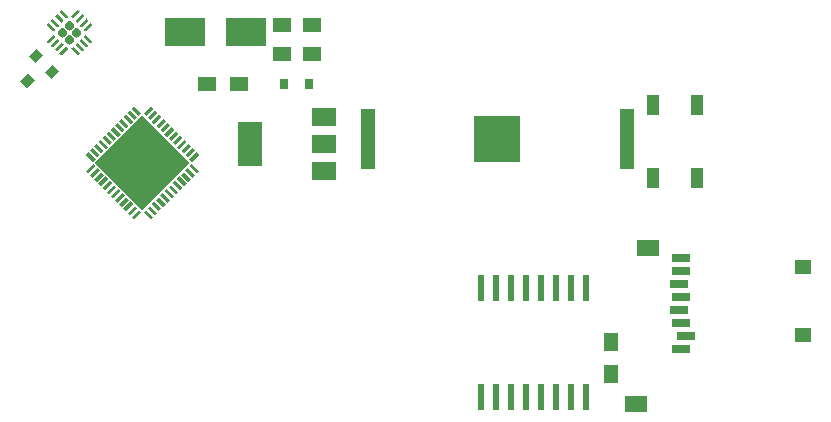
<source format=gbr>
G04 #@! TF.GenerationSoftware,KiCad,Pcbnew,5.1.5*
G04 #@! TF.CreationDate,2019-12-16T15:30:59-05:00*
G04 #@! TF.ProjectId,rustypill,72757374-7970-4696-9c6c-2e6b69636164,rev?*
G04 #@! TF.SameCoordinates,Original*
G04 #@! TF.FileFunction,Paste,Top*
G04 #@! TF.FilePolarity,Positive*
%FSLAX46Y46*%
G04 Gerber Fmt 4.6, Leading zero omitted, Abs format (unit mm)*
G04 Created by KiCad (PCBNEW 5.1.5) date 2019-12-16 15:30:59*
%MOMM*%
%LPD*%
G04 APERTURE LIST*
%ADD10R,1.300000X1.500000*%
%ADD11R,1.400000X1.300000*%
%ADD12R,1.900000X1.400000*%
%ADD13R,1.500000X0.800000*%
%ADD14C,0.100000*%
%ADD15R,0.600000X2.200000*%
%ADD16R,3.500000X2.400000*%
%ADD17R,1.270000X5.080000*%
%ADD18R,3.960000X3.960000*%
%ADD19R,1.100000X1.800000*%
%ADD20R,1.500000X1.250000*%
%ADD21R,0.800000X0.900000*%
%ADD22R,1.500000X1.300000*%
%ADD23R,2.000000X1.500000*%
%ADD24R,2.000000X3.800000*%
G04 APERTURE END LIST*
D10*
X119525000Y-131325000D03*
X119525000Y-134025000D03*
D11*
X135800000Y-130700000D03*
X135800000Y-125000000D03*
D12*
X122650000Y-123400000D03*
X121650000Y-136550000D03*
D13*
X125450000Y-124190000D03*
X125450000Y-125290000D03*
X125250000Y-126390000D03*
X125450000Y-127490000D03*
X125250000Y-128590000D03*
X125450000Y-129690000D03*
X125850000Y-130790000D03*
X125450000Y-131890000D03*
D14*
G36*
X83880509Y-116150000D02*
G01*
X79850000Y-120180509D01*
X75819491Y-116150000D01*
X79850000Y-112119491D01*
X83880509Y-116150000D01*
G37*
G36*
X79761611Y-120339608D02*
G01*
X79160571Y-120940648D01*
X78948439Y-120728516D01*
X79549479Y-120127476D01*
X79761611Y-120339608D01*
G37*
G36*
X79408058Y-119986055D02*
G01*
X78807018Y-120587095D01*
X78594886Y-120374963D01*
X79195926Y-119773923D01*
X79408058Y-119986055D01*
G37*
G36*
X79054504Y-119632501D02*
G01*
X78453464Y-120233541D01*
X78241332Y-120021409D01*
X78842372Y-119420369D01*
X79054504Y-119632501D01*
G37*
G36*
X78700951Y-119278948D02*
G01*
X78099911Y-119879988D01*
X77887779Y-119667856D01*
X78488819Y-119066816D01*
X78700951Y-119278948D01*
G37*
G36*
X78347398Y-118925394D02*
G01*
X77746358Y-119526434D01*
X77534226Y-119314302D01*
X78135266Y-118713262D01*
X78347398Y-118925394D01*
G37*
G36*
X77993844Y-118571841D02*
G01*
X77392804Y-119172881D01*
X77180672Y-118960749D01*
X77781712Y-118359709D01*
X77993844Y-118571841D01*
G37*
G36*
X77640291Y-118218288D02*
G01*
X77039251Y-118819328D01*
X76827119Y-118607196D01*
X77428159Y-118006156D01*
X77640291Y-118218288D01*
G37*
G36*
X77286738Y-117864734D02*
G01*
X76685698Y-118465774D01*
X76473566Y-118253642D01*
X77074606Y-117652602D01*
X77286738Y-117864734D01*
G37*
G36*
X76933184Y-117511181D02*
G01*
X76332144Y-118112221D01*
X76120012Y-117900089D01*
X76721052Y-117299049D01*
X76933184Y-117511181D01*
G37*
G36*
X76579631Y-117157628D02*
G01*
X75978591Y-117758668D01*
X75766459Y-117546536D01*
X76367499Y-116945496D01*
X76579631Y-117157628D01*
G37*
G36*
X76226077Y-116804074D02*
G01*
X75625037Y-117405114D01*
X75412905Y-117192982D01*
X76013945Y-116591942D01*
X76226077Y-116804074D01*
G37*
G36*
X75872524Y-116450521D02*
G01*
X75271484Y-117051561D01*
X75059352Y-116839429D01*
X75660392Y-116238389D01*
X75872524Y-116450521D01*
G37*
G36*
X75271484Y-115248439D02*
G01*
X75872524Y-115849479D01*
X75660392Y-116061611D01*
X75059352Y-115460571D01*
X75271484Y-115248439D01*
G37*
G36*
X75625037Y-114894886D02*
G01*
X76226077Y-115495926D01*
X76013945Y-115708058D01*
X75412905Y-115107018D01*
X75625037Y-114894886D01*
G37*
G36*
X75978591Y-114541332D02*
G01*
X76579631Y-115142372D01*
X76367499Y-115354504D01*
X75766459Y-114753464D01*
X75978591Y-114541332D01*
G37*
G36*
X76332144Y-114187779D02*
G01*
X76933184Y-114788819D01*
X76721052Y-115000951D01*
X76120012Y-114399911D01*
X76332144Y-114187779D01*
G37*
G36*
X76685698Y-113834226D02*
G01*
X77286738Y-114435266D01*
X77074606Y-114647398D01*
X76473566Y-114046358D01*
X76685698Y-113834226D01*
G37*
G36*
X77039251Y-113480672D02*
G01*
X77640291Y-114081712D01*
X77428159Y-114293844D01*
X76827119Y-113692804D01*
X77039251Y-113480672D01*
G37*
G36*
X77392804Y-113127119D02*
G01*
X77993844Y-113728159D01*
X77781712Y-113940291D01*
X77180672Y-113339251D01*
X77392804Y-113127119D01*
G37*
G36*
X77746358Y-112773566D02*
G01*
X78347398Y-113374606D01*
X78135266Y-113586738D01*
X77534226Y-112985698D01*
X77746358Y-112773566D01*
G37*
G36*
X78099911Y-112420012D02*
G01*
X78700951Y-113021052D01*
X78488819Y-113233184D01*
X77887779Y-112632144D01*
X78099911Y-112420012D01*
G37*
G36*
X78453464Y-112066459D02*
G01*
X79054504Y-112667499D01*
X78842372Y-112879631D01*
X78241332Y-112278591D01*
X78453464Y-112066459D01*
G37*
G36*
X78807018Y-111712905D02*
G01*
X79408058Y-112313945D01*
X79195926Y-112526077D01*
X78594886Y-111925037D01*
X78807018Y-111712905D01*
G37*
G36*
X79160571Y-111359352D02*
G01*
X79761611Y-111960392D01*
X79549479Y-112172524D01*
X78948439Y-111571484D01*
X79160571Y-111359352D01*
G37*
G36*
X80751561Y-111571484D02*
G01*
X80150521Y-112172524D01*
X79938389Y-111960392D01*
X80539429Y-111359352D01*
X80751561Y-111571484D01*
G37*
G36*
X81105114Y-111925037D02*
G01*
X80504074Y-112526077D01*
X80291942Y-112313945D01*
X80892982Y-111712905D01*
X81105114Y-111925037D01*
G37*
G36*
X81458668Y-112278591D02*
G01*
X80857628Y-112879631D01*
X80645496Y-112667499D01*
X81246536Y-112066459D01*
X81458668Y-112278591D01*
G37*
G36*
X81812221Y-112632144D02*
G01*
X81211181Y-113233184D01*
X80999049Y-113021052D01*
X81600089Y-112420012D01*
X81812221Y-112632144D01*
G37*
G36*
X82165774Y-112985698D02*
G01*
X81564734Y-113586738D01*
X81352602Y-113374606D01*
X81953642Y-112773566D01*
X82165774Y-112985698D01*
G37*
G36*
X82519328Y-113339251D02*
G01*
X81918288Y-113940291D01*
X81706156Y-113728159D01*
X82307196Y-113127119D01*
X82519328Y-113339251D01*
G37*
G36*
X82872881Y-113692804D02*
G01*
X82271841Y-114293844D01*
X82059709Y-114081712D01*
X82660749Y-113480672D01*
X82872881Y-113692804D01*
G37*
G36*
X83226434Y-114046358D02*
G01*
X82625394Y-114647398D01*
X82413262Y-114435266D01*
X83014302Y-113834226D01*
X83226434Y-114046358D01*
G37*
G36*
X83579988Y-114399911D02*
G01*
X82978948Y-115000951D01*
X82766816Y-114788819D01*
X83367856Y-114187779D01*
X83579988Y-114399911D01*
G37*
G36*
X83933541Y-114753464D02*
G01*
X83332501Y-115354504D01*
X83120369Y-115142372D01*
X83721409Y-114541332D01*
X83933541Y-114753464D01*
G37*
G36*
X84287095Y-115107018D02*
G01*
X83686055Y-115708058D01*
X83473923Y-115495926D01*
X84074963Y-114894886D01*
X84287095Y-115107018D01*
G37*
G36*
X84640648Y-115460571D02*
G01*
X84039608Y-116061611D01*
X83827476Y-115849479D01*
X84428516Y-115248439D01*
X84640648Y-115460571D01*
G37*
G36*
X84039608Y-116238389D02*
G01*
X84640648Y-116839429D01*
X84428516Y-117051561D01*
X83827476Y-116450521D01*
X84039608Y-116238389D01*
G37*
G36*
X83686055Y-116591942D02*
G01*
X84287095Y-117192982D01*
X84074963Y-117405114D01*
X83473923Y-116804074D01*
X83686055Y-116591942D01*
G37*
G36*
X83332501Y-116945496D02*
G01*
X83933541Y-117546536D01*
X83721409Y-117758668D01*
X83120369Y-117157628D01*
X83332501Y-116945496D01*
G37*
G36*
X82978948Y-117299049D02*
G01*
X83579988Y-117900089D01*
X83367856Y-118112221D01*
X82766816Y-117511181D01*
X82978948Y-117299049D01*
G37*
G36*
X82625394Y-117652602D02*
G01*
X83226434Y-118253642D01*
X83014302Y-118465774D01*
X82413262Y-117864734D01*
X82625394Y-117652602D01*
G37*
G36*
X82271841Y-118006156D02*
G01*
X82872881Y-118607196D01*
X82660749Y-118819328D01*
X82059709Y-118218288D01*
X82271841Y-118006156D01*
G37*
G36*
X81918288Y-118359709D02*
G01*
X82519328Y-118960749D01*
X82307196Y-119172881D01*
X81706156Y-118571841D01*
X81918288Y-118359709D01*
G37*
G36*
X81564734Y-118713262D02*
G01*
X82165774Y-119314302D01*
X81953642Y-119526434D01*
X81352602Y-118925394D01*
X81564734Y-118713262D01*
G37*
G36*
X81211181Y-119066816D02*
G01*
X81812221Y-119667856D01*
X81600089Y-119879988D01*
X80999049Y-119278948D01*
X81211181Y-119066816D01*
G37*
G36*
X80857628Y-119420369D02*
G01*
X81458668Y-120021409D01*
X81246536Y-120233541D01*
X80645496Y-119632501D01*
X80857628Y-119420369D01*
G37*
G36*
X80504074Y-119773923D02*
G01*
X81105114Y-120374963D01*
X80892982Y-120587095D01*
X80291942Y-119986055D01*
X80504074Y-119773923D01*
G37*
G36*
X80150521Y-120127476D02*
G01*
X80751561Y-120728516D01*
X80539429Y-120940648D01*
X79938389Y-120339608D01*
X80150521Y-120127476D01*
G37*
D15*
X109775000Y-135950000D03*
X112315000Y-126750000D03*
X108505000Y-135950000D03*
X111045000Y-135950000D03*
X112315000Y-135950000D03*
X111045000Y-126750000D03*
X113585000Y-126750000D03*
X114855000Y-126750000D03*
X114855000Y-135950000D03*
X117395000Y-126750000D03*
X113585000Y-135950000D03*
X116125000Y-135950000D03*
X116125000Y-126750000D03*
X117395000Y-135950000D03*
X109775000Y-126750000D03*
X108505000Y-126750000D03*
D14*
G36*
X72235313Y-107848604D02*
G01*
X72800999Y-108414290D01*
X72164603Y-109050686D01*
X71598917Y-108485000D01*
X72235313Y-107848604D01*
G37*
G36*
X70891810Y-106505101D02*
G01*
X71457496Y-107070787D01*
X70821100Y-107707183D01*
X70255414Y-107141497D01*
X70891810Y-106505101D01*
G37*
G36*
X70149348Y-108591066D02*
G01*
X70715034Y-109156752D01*
X70078638Y-109793148D01*
X69512952Y-109227462D01*
X70149348Y-108591066D01*
G37*
G36*
X71914359Y-104288305D02*
G01*
X71920426Y-104289205D01*
X71926376Y-104290695D01*
X71932151Y-104292762D01*
X71937695Y-104295384D01*
X71942956Y-104298537D01*
X71947883Y-104302191D01*
X71952427Y-104306310D01*
X72447402Y-104801285D01*
X72451521Y-104805829D01*
X72455175Y-104810756D01*
X72458328Y-104816017D01*
X72460950Y-104821561D01*
X72463017Y-104827336D01*
X72464507Y-104833286D01*
X72465407Y-104839353D01*
X72465708Y-104845479D01*
X72465407Y-104851605D01*
X72464507Y-104857672D01*
X72463017Y-104863622D01*
X72460950Y-104869397D01*
X72458328Y-104874941D01*
X72455175Y-104880202D01*
X72451521Y-104885129D01*
X72447402Y-104889673D01*
X72359013Y-104978062D01*
X72354469Y-104982181D01*
X72349542Y-104985835D01*
X72344281Y-104988988D01*
X72338737Y-104991610D01*
X72332962Y-104993677D01*
X72327012Y-104995167D01*
X72320945Y-104996067D01*
X72314819Y-104996368D01*
X72308693Y-104996067D01*
X72302626Y-104995167D01*
X72296676Y-104993677D01*
X72290901Y-104991610D01*
X72285357Y-104988988D01*
X72280096Y-104985835D01*
X72275169Y-104982181D01*
X72270625Y-104978062D01*
X71775650Y-104483087D01*
X71771531Y-104478543D01*
X71767877Y-104473616D01*
X71764724Y-104468355D01*
X71762102Y-104462811D01*
X71760035Y-104457036D01*
X71758545Y-104451086D01*
X71757645Y-104445019D01*
X71757344Y-104438893D01*
X71757645Y-104432767D01*
X71758545Y-104426700D01*
X71760035Y-104420750D01*
X71762102Y-104414975D01*
X71764724Y-104409431D01*
X71767877Y-104404170D01*
X71771531Y-104399243D01*
X71775650Y-104394699D01*
X71864039Y-104306310D01*
X71868583Y-104302191D01*
X71873510Y-104298537D01*
X71878771Y-104295384D01*
X71884315Y-104292762D01*
X71890090Y-104290695D01*
X71896040Y-104289205D01*
X71902107Y-104288305D01*
X71908233Y-104288004D01*
X71914359Y-104288305D01*
G37*
G36*
X72267913Y-103934752D02*
G01*
X72273980Y-103935652D01*
X72279930Y-103937142D01*
X72285705Y-103939209D01*
X72291249Y-103941831D01*
X72296510Y-103944984D01*
X72301437Y-103948638D01*
X72305981Y-103952757D01*
X72800956Y-104447732D01*
X72805075Y-104452276D01*
X72808729Y-104457203D01*
X72811882Y-104462464D01*
X72814504Y-104468008D01*
X72816571Y-104473783D01*
X72818061Y-104479733D01*
X72818961Y-104485800D01*
X72819262Y-104491926D01*
X72818961Y-104498052D01*
X72818061Y-104504119D01*
X72816571Y-104510069D01*
X72814504Y-104515844D01*
X72811882Y-104521388D01*
X72808729Y-104526649D01*
X72805075Y-104531576D01*
X72800956Y-104536120D01*
X72712567Y-104624509D01*
X72708023Y-104628628D01*
X72703096Y-104632282D01*
X72697835Y-104635435D01*
X72692291Y-104638057D01*
X72686516Y-104640124D01*
X72680566Y-104641614D01*
X72674499Y-104642514D01*
X72668373Y-104642815D01*
X72662247Y-104642514D01*
X72656180Y-104641614D01*
X72650230Y-104640124D01*
X72644455Y-104638057D01*
X72638911Y-104635435D01*
X72633650Y-104632282D01*
X72628723Y-104628628D01*
X72624179Y-104624509D01*
X72129204Y-104129534D01*
X72125085Y-104124990D01*
X72121431Y-104120063D01*
X72118278Y-104114802D01*
X72115656Y-104109258D01*
X72113589Y-104103483D01*
X72112099Y-104097533D01*
X72111199Y-104091466D01*
X72110898Y-104085340D01*
X72111199Y-104079214D01*
X72112099Y-104073147D01*
X72113589Y-104067197D01*
X72115656Y-104061422D01*
X72118278Y-104055878D01*
X72121431Y-104050617D01*
X72125085Y-104045690D01*
X72129204Y-104041146D01*
X72217593Y-103952757D01*
X72222137Y-103948638D01*
X72227064Y-103944984D01*
X72232325Y-103941831D01*
X72237869Y-103939209D01*
X72243644Y-103937142D01*
X72249594Y-103935652D01*
X72255661Y-103934752D01*
X72261787Y-103934451D01*
X72267913Y-103934752D01*
G37*
G36*
X72621466Y-103581199D02*
G01*
X72627533Y-103582099D01*
X72633483Y-103583589D01*
X72639258Y-103585656D01*
X72644802Y-103588278D01*
X72650063Y-103591431D01*
X72654990Y-103595085D01*
X72659534Y-103599204D01*
X73154509Y-104094179D01*
X73158628Y-104098723D01*
X73162282Y-104103650D01*
X73165435Y-104108911D01*
X73168057Y-104114455D01*
X73170124Y-104120230D01*
X73171614Y-104126180D01*
X73172514Y-104132247D01*
X73172815Y-104138373D01*
X73172514Y-104144499D01*
X73171614Y-104150566D01*
X73170124Y-104156516D01*
X73168057Y-104162291D01*
X73165435Y-104167835D01*
X73162282Y-104173096D01*
X73158628Y-104178023D01*
X73154509Y-104182567D01*
X73066120Y-104270956D01*
X73061576Y-104275075D01*
X73056649Y-104278729D01*
X73051388Y-104281882D01*
X73045844Y-104284504D01*
X73040069Y-104286571D01*
X73034119Y-104288061D01*
X73028052Y-104288961D01*
X73021926Y-104289262D01*
X73015800Y-104288961D01*
X73009733Y-104288061D01*
X73003783Y-104286571D01*
X72998008Y-104284504D01*
X72992464Y-104281882D01*
X72987203Y-104278729D01*
X72982276Y-104275075D01*
X72977732Y-104270956D01*
X72482757Y-103775981D01*
X72478638Y-103771437D01*
X72474984Y-103766510D01*
X72471831Y-103761249D01*
X72469209Y-103755705D01*
X72467142Y-103749930D01*
X72465652Y-103743980D01*
X72464752Y-103737913D01*
X72464451Y-103731787D01*
X72464752Y-103725661D01*
X72465652Y-103719594D01*
X72467142Y-103713644D01*
X72469209Y-103707869D01*
X72471831Y-103702325D01*
X72474984Y-103697064D01*
X72478638Y-103692137D01*
X72482757Y-103687593D01*
X72571146Y-103599204D01*
X72575690Y-103595085D01*
X72580617Y-103591431D01*
X72585878Y-103588278D01*
X72591422Y-103585656D01*
X72597197Y-103583589D01*
X72603147Y-103582099D01*
X72609214Y-103581199D01*
X72615340Y-103580898D01*
X72621466Y-103581199D01*
G37*
G36*
X72975019Y-103227645D02*
G01*
X72981086Y-103228545D01*
X72987036Y-103230035D01*
X72992811Y-103232102D01*
X72998355Y-103234724D01*
X73003616Y-103237877D01*
X73008543Y-103241531D01*
X73013087Y-103245650D01*
X73508062Y-103740625D01*
X73512181Y-103745169D01*
X73515835Y-103750096D01*
X73518988Y-103755357D01*
X73521610Y-103760901D01*
X73523677Y-103766676D01*
X73525167Y-103772626D01*
X73526067Y-103778693D01*
X73526368Y-103784819D01*
X73526067Y-103790945D01*
X73525167Y-103797012D01*
X73523677Y-103802962D01*
X73521610Y-103808737D01*
X73518988Y-103814281D01*
X73515835Y-103819542D01*
X73512181Y-103824469D01*
X73508062Y-103829013D01*
X73419673Y-103917402D01*
X73415129Y-103921521D01*
X73410202Y-103925175D01*
X73404941Y-103928328D01*
X73399397Y-103930950D01*
X73393622Y-103933017D01*
X73387672Y-103934507D01*
X73381605Y-103935407D01*
X73375479Y-103935708D01*
X73369353Y-103935407D01*
X73363286Y-103934507D01*
X73357336Y-103933017D01*
X73351561Y-103930950D01*
X73346017Y-103928328D01*
X73340756Y-103925175D01*
X73335829Y-103921521D01*
X73331285Y-103917402D01*
X72836310Y-103422427D01*
X72832191Y-103417883D01*
X72828537Y-103412956D01*
X72825384Y-103407695D01*
X72822762Y-103402151D01*
X72820695Y-103396376D01*
X72819205Y-103390426D01*
X72818305Y-103384359D01*
X72818004Y-103378233D01*
X72818305Y-103372107D01*
X72819205Y-103366040D01*
X72820695Y-103360090D01*
X72822762Y-103354315D01*
X72825384Y-103348771D01*
X72828537Y-103343510D01*
X72832191Y-103338583D01*
X72836310Y-103334039D01*
X72924699Y-103245650D01*
X72929243Y-103241531D01*
X72934170Y-103237877D01*
X72939431Y-103234724D01*
X72944975Y-103232102D01*
X72950750Y-103230035D01*
X72956700Y-103228545D01*
X72962767Y-103227645D01*
X72968893Y-103227344D01*
X72975019Y-103227645D01*
G37*
G36*
X74389233Y-103227645D02*
G01*
X74395300Y-103228545D01*
X74401250Y-103230035D01*
X74407025Y-103232102D01*
X74412569Y-103234724D01*
X74417830Y-103237877D01*
X74422757Y-103241531D01*
X74427301Y-103245650D01*
X74515690Y-103334039D01*
X74519809Y-103338583D01*
X74523463Y-103343510D01*
X74526616Y-103348771D01*
X74529238Y-103354315D01*
X74531305Y-103360090D01*
X74532795Y-103366040D01*
X74533695Y-103372107D01*
X74533996Y-103378233D01*
X74533695Y-103384359D01*
X74532795Y-103390426D01*
X74531305Y-103396376D01*
X74529238Y-103402151D01*
X74526616Y-103407695D01*
X74523463Y-103412956D01*
X74519809Y-103417883D01*
X74515690Y-103422427D01*
X74020715Y-103917402D01*
X74016171Y-103921521D01*
X74011244Y-103925175D01*
X74005983Y-103928328D01*
X74000439Y-103930950D01*
X73994664Y-103933017D01*
X73988714Y-103934507D01*
X73982647Y-103935407D01*
X73976521Y-103935708D01*
X73970395Y-103935407D01*
X73964328Y-103934507D01*
X73958378Y-103933017D01*
X73952603Y-103930950D01*
X73947059Y-103928328D01*
X73941798Y-103925175D01*
X73936871Y-103921521D01*
X73932327Y-103917402D01*
X73843938Y-103829013D01*
X73839819Y-103824469D01*
X73836165Y-103819542D01*
X73833012Y-103814281D01*
X73830390Y-103808737D01*
X73828323Y-103802962D01*
X73826833Y-103797012D01*
X73825933Y-103790945D01*
X73825632Y-103784819D01*
X73825933Y-103778693D01*
X73826833Y-103772626D01*
X73828323Y-103766676D01*
X73830390Y-103760901D01*
X73833012Y-103755357D01*
X73836165Y-103750096D01*
X73839819Y-103745169D01*
X73843938Y-103740625D01*
X74338913Y-103245650D01*
X74343457Y-103241531D01*
X74348384Y-103237877D01*
X74353645Y-103234724D01*
X74359189Y-103232102D01*
X74364964Y-103230035D01*
X74370914Y-103228545D01*
X74376981Y-103227645D01*
X74383107Y-103227344D01*
X74389233Y-103227645D01*
G37*
G36*
X74742786Y-103581199D02*
G01*
X74748853Y-103582099D01*
X74754803Y-103583589D01*
X74760578Y-103585656D01*
X74766122Y-103588278D01*
X74771383Y-103591431D01*
X74776310Y-103595085D01*
X74780854Y-103599204D01*
X74869243Y-103687593D01*
X74873362Y-103692137D01*
X74877016Y-103697064D01*
X74880169Y-103702325D01*
X74882791Y-103707869D01*
X74884858Y-103713644D01*
X74886348Y-103719594D01*
X74887248Y-103725661D01*
X74887549Y-103731787D01*
X74887248Y-103737913D01*
X74886348Y-103743980D01*
X74884858Y-103749930D01*
X74882791Y-103755705D01*
X74880169Y-103761249D01*
X74877016Y-103766510D01*
X74873362Y-103771437D01*
X74869243Y-103775981D01*
X74374268Y-104270956D01*
X74369724Y-104275075D01*
X74364797Y-104278729D01*
X74359536Y-104281882D01*
X74353992Y-104284504D01*
X74348217Y-104286571D01*
X74342267Y-104288061D01*
X74336200Y-104288961D01*
X74330074Y-104289262D01*
X74323948Y-104288961D01*
X74317881Y-104288061D01*
X74311931Y-104286571D01*
X74306156Y-104284504D01*
X74300612Y-104281882D01*
X74295351Y-104278729D01*
X74290424Y-104275075D01*
X74285880Y-104270956D01*
X74197491Y-104182567D01*
X74193372Y-104178023D01*
X74189718Y-104173096D01*
X74186565Y-104167835D01*
X74183943Y-104162291D01*
X74181876Y-104156516D01*
X74180386Y-104150566D01*
X74179486Y-104144499D01*
X74179185Y-104138373D01*
X74179486Y-104132247D01*
X74180386Y-104126180D01*
X74181876Y-104120230D01*
X74183943Y-104114455D01*
X74186565Y-104108911D01*
X74189718Y-104103650D01*
X74193372Y-104098723D01*
X74197491Y-104094179D01*
X74692466Y-103599204D01*
X74697010Y-103595085D01*
X74701937Y-103591431D01*
X74707198Y-103588278D01*
X74712742Y-103585656D01*
X74718517Y-103583589D01*
X74724467Y-103582099D01*
X74730534Y-103581199D01*
X74736660Y-103580898D01*
X74742786Y-103581199D01*
G37*
G36*
X75096339Y-103934752D02*
G01*
X75102406Y-103935652D01*
X75108356Y-103937142D01*
X75114131Y-103939209D01*
X75119675Y-103941831D01*
X75124936Y-103944984D01*
X75129863Y-103948638D01*
X75134407Y-103952757D01*
X75222796Y-104041146D01*
X75226915Y-104045690D01*
X75230569Y-104050617D01*
X75233722Y-104055878D01*
X75236344Y-104061422D01*
X75238411Y-104067197D01*
X75239901Y-104073147D01*
X75240801Y-104079214D01*
X75241102Y-104085340D01*
X75240801Y-104091466D01*
X75239901Y-104097533D01*
X75238411Y-104103483D01*
X75236344Y-104109258D01*
X75233722Y-104114802D01*
X75230569Y-104120063D01*
X75226915Y-104124990D01*
X75222796Y-104129534D01*
X74727821Y-104624509D01*
X74723277Y-104628628D01*
X74718350Y-104632282D01*
X74713089Y-104635435D01*
X74707545Y-104638057D01*
X74701770Y-104640124D01*
X74695820Y-104641614D01*
X74689753Y-104642514D01*
X74683627Y-104642815D01*
X74677501Y-104642514D01*
X74671434Y-104641614D01*
X74665484Y-104640124D01*
X74659709Y-104638057D01*
X74654165Y-104635435D01*
X74648904Y-104632282D01*
X74643977Y-104628628D01*
X74639433Y-104624509D01*
X74551044Y-104536120D01*
X74546925Y-104531576D01*
X74543271Y-104526649D01*
X74540118Y-104521388D01*
X74537496Y-104515844D01*
X74535429Y-104510069D01*
X74533939Y-104504119D01*
X74533039Y-104498052D01*
X74532738Y-104491926D01*
X74533039Y-104485800D01*
X74533939Y-104479733D01*
X74535429Y-104473783D01*
X74537496Y-104468008D01*
X74540118Y-104462464D01*
X74543271Y-104457203D01*
X74546925Y-104452276D01*
X74551044Y-104447732D01*
X75046019Y-103952757D01*
X75050563Y-103948638D01*
X75055490Y-103944984D01*
X75060751Y-103941831D01*
X75066295Y-103939209D01*
X75072070Y-103937142D01*
X75078020Y-103935652D01*
X75084087Y-103934752D01*
X75090213Y-103934451D01*
X75096339Y-103934752D01*
G37*
G36*
X75449893Y-104288305D02*
G01*
X75455960Y-104289205D01*
X75461910Y-104290695D01*
X75467685Y-104292762D01*
X75473229Y-104295384D01*
X75478490Y-104298537D01*
X75483417Y-104302191D01*
X75487961Y-104306310D01*
X75576350Y-104394699D01*
X75580469Y-104399243D01*
X75584123Y-104404170D01*
X75587276Y-104409431D01*
X75589898Y-104414975D01*
X75591965Y-104420750D01*
X75593455Y-104426700D01*
X75594355Y-104432767D01*
X75594656Y-104438893D01*
X75594355Y-104445019D01*
X75593455Y-104451086D01*
X75591965Y-104457036D01*
X75589898Y-104462811D01*
X75587276Y-104468355D01*
X75584123Y-104473616D01*
X75580469Y-104478543D01*
X75576350Y-104483087D01*
X75081375Y-104978062D01*
X75076831Y-104982181D01*
X75071904Y-104985835D01*
X75066643Y-104988988D01*
X75061099Y-104991610D01*
X75055324Y-104993677D01*
X75049374Y-104995167D01*
X75043307Y-104996067D01*
X75037181Y-104996368D01*
X75031055Y-104996067D01*
X75024988Y-104995167D01*
X75019038Y-104993677D01*
X75013263Y-104991610D01*
X75007719Y-104988988D01*
X75002458Y-104985835D01*
X74997531Y-104982181D01*
X74992987Y-104978062D01*
X74904598Y-104889673D01*
X74900479Y-104885129D01*
X74896825Y-104880202D01*
X74893672Y-104874941D01*
X74891050Y-104869397D01*
X74888983Y-104863622D01*
X74887493Y-104857672D01*
X74886593Y-104851605D01*
X74886292Y-104845479D01*
X74886593Y-104839353D01*
X74887493Y-104833286D01*
X74888983Y-104827336D01*
X74891050Y-104821561D01*
X74893672Y-104816017D01*
X74896825Y-104810756D01*
X74900479Y-104805829D01*
X74904598Y-104801285D01*
X75399573Y-104306310D01*
X75404117Y-104302191D01*
X75409044Y-104298537D01*
X75414305Y-104295384D01*
X75419849Y-104292762D01*
X75425624Y-104290695D01*
X75431574Y-104289205D01*
X75437641Y-104288305D01*
X75443767Y-104288004D01*
X75449893Y-104288305D01*
G37*
G36*
X75043307Y-105295933D02*
G01*
X75049374Y-105296833D01*
X75055324Y-105298323D01*
X75061099Y-105300390D01*
X75066643Y-105303012D01*
X75071904Y-105306165D01*
X75076831Y-105309819D01*
X75081375Y-105313938D01*
X75576350Y-105808913D01*
X75580469Y-105813457D01*
X75584123Y-105818384D01*
X75587276Y-105823645D01*
X75589898Y-105829189D01*
X75591965Y-105834964D01*
X75593455Y-105840914D01*
X75594355Y-105846981D01*
X75594656Y-105853107D01*
X75594355Y-105859233D01*
X75593455Y-105865300D01*
X75591965Y-105871250D01*
X75589898Y-105877025D01*
X75587276Y-105882569D01*
X75584123Y-105887830D01*
X75580469Y-105892757D01*
X75576350Y-105897301D01*
X75487961Y-105985690D01*
X75483417Y-105989809D01*
X75478490Y-105993463D01*
X75473229Y-105996616D01*
X75467685Y-105999238D01*
X75461910Y-106001305D01*
X75455960Y-106002795D01*
X75449893Y-106003695D01*
X75443767Y-106003996D01*
X75437641Y-106003695D01*
X75431574Y-106002795D01*
X75425624Y-106001305D01*
X75419849Y-105999238D01*
X75414305Y-105996616D01*
X75409044Y-105993463D01*
X75404117Y-105989809D01*
X75399573Y-105985690D01*
X74904598Y-105490715D01*
X74900479Y-105486171D01*
X74896825Y-105481244D01*
X74893672Y-105475983D01*
X74891050Y-105470439D01*
X74888983Y-105464664D01*
X74887493Y-105458714D01*
X74886593Y-105452647D01*
X74886292Y-105446521D01*
X74886593Y-105440395D01*
X74887493Y-105434328D01*
X74888983Y-105428378D01*
X74891050Y-105422603D01*
X74893672Y-105417059D01*
X74896825Y-105411798D01*
X74900479Y-105406871D01*
X74904598Y-105402327D01*
X74992987Y-105313938D01*
X74997531Y-105309819D01*
X75002458Y-105306165D01*
X75007719Y-105303012D01*
X75013263Y-105300390D01*
X75019038Y-105298323D01*
X75024988Y-105296833D01*
X75031055Y-105295933D01*
X75037181Y-105295632D01*
X75043307Y-105295933D01*
G37*
G36*
X74689753Y-105649486D02*
G01*
X74695820Y-105650386D01*
X74701770Y-105651876D01*
X74707545Y-105653943D01*
X74713089Y-105656565D01*
X74718350Y-105659718D01*
X74723277Y-105663372D01*
X74727821Y-105667491D01*
X75222796Y-106162466D01*
X75226915Y-106167010D01*
X75230569Y-106171937D01*
X75233722Y-106177198D01*
X75236344Y-106182742D01*
X75238411Y-106188517D01*
X75239901Y-106194467D01*
X75240801Y-106200534D01*
X75241102Y-106206660D01*
X75240801Y-106212786D01*
X75239901Y-106218853D01*
X75238411Y-106224803D01*
X75236344Y-106230578D01*
X75233722Y-106236122D01*
X75230569Y-106241383D01*
X75226915Y-106246310D01*
X75222796Y-106250854D01*
X75134407Y-106339243D01*
X75129863Y-106343362D01*
X75124936Y-106347016D01*
X75119675Y-106350169D01*
X75114131Y-106352791D01*
X75108356Y-106354858D01*
X75102406Y-106356348D01*
X75096339Y-106357248D01*
X75090213Y-106357549D01*
X75084087Y-106357248D01*
X75078020Y-106356348D01*
X75072070Y-106354858D01*
X75066295Y-106352791D01*
X75060751Y-106350169D01*
X75055490Y-106347016D01*
X75050563Y-106343362D01*
X75046019Y-106339243D01*
X74551044Y-105844268D01*
X74546925Y-105839724D01*
X74543271Y-105834797D01*
X74540118Y-105829536D01*
X74537496Y-105823992D01*
X74535429Y-105818217D01*
X74533939Y-105812267D01*
X74533039Y-105806200D01*
X74532738Y-105800074D01*
X74533039Y-105793948D01*
X74533939Y-105787881D01*
X74535429Y-105781931D01*
X74537496Y-105776156D01*
X74540118Y-105770612D01*
X74543271Y-105765351D01*
X74546925Y-105760424D01*
X74551044Y-105755880D01*
X74639433Y-105667491D01*
X74643977Y-105663372D01*
X74648904Y-105659718D01*
X74654165Y-105656565D01*
X74659709Y-105653943D01*
X74665484Y-105651876D01*
X74671434Y-105650386D01*
X74677501Y-105649486D01*
X74683627Y-105649185D01*
X74689753Y-105649486D01*
G37*
G36*
X74336200Y-106003039D02*
G01*
X74342267Y-106003939D01*
X74348217Y-106005429D01*
X74353992Y-106007496D01*
X74359536Y-106010118D01*
X74364797Y-106013271D01*
X74369724Y-106016925D01*
X74374268Y-106021044D01*
X74869243Y-106516019D01*
X74873362Y-106520563D01*
X74877016Y-106525490D01*
X74880169Y-106530751D01*
X74882791Y-106536295D01*
X74884858Y-106542070D01*
X74886348Y-106548020D01*
X74887248Y-106554087D01*
X74887549Y-106560213D01*
X74887248Y-106566339D01*
X74886348Y-106572406D01*
X74884858Y-106578356D01*
X74882791Y-106584131D01*
X74880169Y-106589675D01*
X74877016Y-106594936D01*
X74873362Y-106599863D01*
X74869243Y-106604407D01*
X74780854Y-106692796D01*
X74776310Y-106696915D01*
X74771383Y-106700569D01*
X74766122Y-106703722D01*
X74760578Y-106706344D01*
X74754803Y-106708411D01*
X74748853Y-106709901D01*
X74742786Y-106710801D01*
X74736660Y-106711102D01*
X74730534Y-106710801D01*
X74724467Y-106709901D01*
X74718517Y-106708411D01*
X74712742Y-106706344D01*
X74707198Y-106703722D01*
X74701937Y-106700569D01*
X74697010Y-106696915D01*
X74692466Y-106692796D01*
X74197491Y-106197821D01*
X74193372Y-106193277D01*
X74189718Y-106188350D01*
X74186565Y-106183089D01*
X74183943Y-106177545D01*
X74181876Y-106171770D01*
X74180386Y-106165820D01*
X74179486Y-106159753D01*
X74179185Y-106153627D01*
X74179486Y-106147501D01*
X74180386Y-106141434D01*
X74181876Y-106135484D01*
X74183943Y-106129709D01*
X74186565Y-106124165D01*
X74189718Y-106118904D01*
X74193372Y-106113977D01*
X74197491Y-106109433D01*
X74285880Y-106021044D01*
X74290424Y-106016925D01*
X74295351Y-106013271D01*
X74300612Y-106010118D01*
X74306156Y-106007496D01*
X74311931Y-106005429D01*
X74317881Y-106003939D01*
X74323948Y-106003039D01*
X74330074Y-106002738D01*
X74336200Y-106003039D01*
G37*
G36*
X73982647Y-106356593D02*
G01*
X73988714Y-106357493D01*
X73994664Y-106358983D01*
X74000439Y-106361050D01*
X74005983Y-106363672D01*
X74011244Y-106366825D01*
X74016171Y-106370479D01*
X74020715Y-106374598D01*
X74515690Y-106869573D01*
X74519809Y-106874117D01*
X74523463Y-106879044D01*
X74526616Y-106884305D01*
X74529238Y-106889849D01*
X74531305Y-106895624D01*
X74532795Y-106901574D01*
X74533695Y-106907641D01*
X74533996Y-106913767D01*
X74533695Y-106919893D01*
X74532795Y-106925960D01*
X74531305Y-106931910D01*
X74529238Y-106937685D01*
X74526616Y-106943229D01*
X74523463Y-106948490D01*
X74519809Y-106953417D01*
X74515690Y-106957961D01*
X74427301Y-107046350D01*
X74422757Y-107050469D01*
X74417830Y-107054123D01*
X74412569Y-107057276D01*
X74407025Y-107059898D01*
X74401250Y-107061965D01*
X74395300Y-107063455D01*
X74389233Y-107064355D01*
X74383107Y-107064656D01*
X74376981Y-107064355D01*
X74370914Y-107063455D01*
X74364964Y-107061965D01*
X74359189Y-107059898D01*
X74353645Y-107057276D01*
X74348384Y-107054123D01*
X74343457Y-107050469D01*
X74338913Y-107046350D01*
X73843938Y-106551375D01*
X73839819Y-106546831D01*
X73836165Y-106541904D01*
X73833012Y-106536643D01*
X73830390Y-106531099D01*
X73828323Y-106525324D01*
X73826833Y-106519374D01*
X73825933Y-106513307D01*
X73825632Y-106507181D01*
X73825933Y-106501055D01*
X73826833Y-106494988D01*
X73828323Y-106489038D01*
X73830390Y-106483263D01*
X73833012Y-106477719D01*
X73836165Y-106472458D01*
X73839819Y-106467531D01*
X73843938Y-106462987D01*
X73932327Y-106374598D01*
X73936871Y-106370479D01*
X73941798Y-106366825D01*
X73947059Y-106363672D01*
X73952603Y-106361050D01*
X73958378Y-106358983D01*
X73964328Y-106357493D01*
X73970395Y-106356593D01*
X73976521Y-106356292D01*
X73982647Y-106356593D01*
G37*
G36*
X73381605Y-106356593D02*
G01*
X73387672Y-106357493D01*
X73393622Y-106358983D01*
X73399397Y-106361050D01*
X73404941Y-106363672D01*
X73410202Y-106366825D01*
X73415129Y-106370479D01*
X73419673Y-106374598D01*
X73508062Y-106462987D01*
X73512181Y-106467531D01*
X73515835Y-106472458D01*
X73518988Y-106477719D01*
X73521610Y-106483263D01*
X73523677Y-106489038D01*
X73525167Y-106494988D01*
X73526067Y-106501055D01*
X73526368Y-106507181D01*
X73526067Y-106513307D01*
X73525167Y-106519374D01*
X73523677Y-106525324D01*
X73521610Y-106531099D01*
X73518988Y-106536643D01*
X73515835Y-106541904D01*
X73512181Y-106546831D01*
X73508062Y-106551375D01*
X73013087Y-107046350D01*
X73008543Y-107050469D01*
X73003616Y-107054123D01*
X72998355Y-107057276D01*
X72992811Y-107059898D01*
X72987036Y-107061965D01*
X72981086Y-107063455D01*
X72975019Y-107064355D01*
X72968893Y-107064656D01*
X72962767Y-107064355D01*
X72956700Y-107063455D01*
X72950750Y-107061965D01*
X72944975Y-107059898D01*
X72939431Y-107057276D01*
X72934170Y-107054123D01*
X72929243Y-107050469D01*
X72924699Y-107046350D01*
X72836310Y-106957961D01*
X72832191Y-106953417D01*
X72828537Y-106948490D01*
X72825384Y-106943229D01*
X72822762Y-106937685D01*
X72820695Y-106931910D01*
X72819205Y-106925960D01*
X72818305Y-106919893D01*
X72818004Y-106913767D01*
X72818305Y-106907641D01*
X72819205Y-106901574D01*
X72820695Y-106895624D01*
X72822762Y-106889849D01*
X72825384Y-106884305D01*
X72828537Y-106879044D01*
X72832191Y-106874117D01*
X72836310Y-106869573D01*
X73331285Y-106374598D01*
X73335829Y-106370479D01*
X73340756Y-106366825D01*
X73346017Y-106363672D01*
X73351561Y-106361050D01*
X73357336Y-106358983D01*
X73363286Y-106357493D01*
X73369353Y-106356593D01*
X73375479Y-106356292D01*
X73381605Y-106356593D01*
G37*
G36*
X73028052Y-106003039D02*
G01*
X73034119Y-106003939D01*
X73040069Y-106005429D01*
X73045844Y-106007496D01*
X73051388Y-106010118D01*
X73056649Y-106013271D01*
X73061576Y-106016925D01*
X73066120Y-106021044D01*
X73154509Y-106109433D01*
X73158628Y-106113977D01*
X73162282Y-106118904D01*
X73165435Y-106124165D01*
X73168057Y-106129709D01*
X73170124Y-106135484D01*
X73171614Y-106141434D01*
X73172514Y-106147501D01*
X73172815Y-106153627D01*
X73172514Y-106159753D01*
X73171614Y-106165820D01*
X73170124Y-106171770D01*
X73168057Y-106177545D01*
X73165435Y-106183089D01*
X73162282Y-106188350D01*
X73158628Y-106193277D01*
X73154509Y-106197821D01*
X72659534Y-106692796D01*
X72654990Y-106696915D01*
X72650063Y-106700569D01*
X72644802Y-106703722D01*
X72639258Y-106706344D01*
X72633483Y-106708411D01*
X72627533Y-106709901D01*
X72621466Y-106710801D01*
X72615340Y-106711102D01*
X72609214Y-106710801D01*
X72603147Y-106709901D01*
X72597197Y-106708411D01*
X72591422Y-106706344D01*
X72585878Y-106703722D01*
X72580617Y-106700569D01*
X72575690Y-106696915D01*
X72571146Y-106692796D01*
X72482757Y-106604407D01*
X72478638Y-106599863D01*
X72474984Y-106594936D01*
X72471831Y-106589675D01*
X72469209Y-106584131D01*
X72467142Y-106578356D01*
X72465652Y-106572406D01*
X72464752Y-106566339D01*
X72464451Y-106560213D01*
X72464752Y-106554087D01*
X72465652Y-106548020D01*
X72467142Y-106542070D01*
X72469209Y-106536295D01*
X72471831Y-106530751D01*
X72474984Y-106525490D01*
X72478638Y-106520563D01*
X72482757Y-106516019D01*
X72977732Y-106021044D01*
X72982276Y-106016925D01*
X72987203Y-106013271D01*
X72992464Y-106010118D01*
X72998008Y-106007496D01*
X73003783Y-106005429D01*
X73009733Y-106003939D01*
X73015800Y-106003039D01*
X73021926Y-106002738D01*
X73028052Y-106003039D01*
G37*
G36*
X72674499Y-105649486D02*
G01*
X72680566Y-105650386D01*
X72686516Y-105651876D01*
X72692291Y-105653943D01*
X72697835Y-105656565D01*
X72703096Y-105659718D01*
X72708023Y-105663372D01*
X72712567Y-105667491D01*
X72800956Y-105755880D01*
X72805075Y-105760424D01*
X72808729Y-105765351D01*
X72811882Y-105770612D01*
X72814504Y-105776156D01*
X72816571Y-105781931D01*
X72818061Y-105787881D01*
X72818961Y-105793948D01*
X72819262Y-105800074D01*
X72818961Y-105806200D01*
X72818061Y-105812267D01*
X72816571Y-105818217D01*
X72814504Y-105823992D01*
X72811882Y-105829536D01*
X72808729Y-105834797D01*
X72805075Y-105839724D01*
X72800956Y-105844268D01*
X72305981Y-106339243D01*
X72301437Y-106343362D01*
X72296510Y-106347016D01*
X72291249Y-106350169D01*
X72285705Y-106352791D01*
X72279930Y-106354858D01*
X72273980Y-106356348D01*
X72267913Y-106357248D01*
X72261787Y-106357549D01*
X72255661Y-106357248D01*
X72249594Y-106356348D01*
X72243644Y-106354858D01*
X72237869Y-106352791D01*
X72232325Y-106350169D01*
X72227064Y-106347016D01*
X72222137Y-106343362D01*
X72217593Y-106339243D01*
X72129204Y-106250854D01*
X72125085Y-106246310D01*
X72121431Y-106241383D01*
X72118278Y-106236122D01*
X72115656Y-106230578D01*
X72113589Y-106224803D01*
X72112099Y-106218853D01*
X72111199Y-106212786D01*
X72110898Y-106206660D01*
X72111199Y-106200534D01*
X72112099Y-106194467D01*
X72113589Y-106188517D01*
X72115656Y-106182742D01*
X72118278Y-106177198D01*
X72121431Y-106171937D01*
X72125085Y-106167010D01*
X72129204Y-106162466D01*
X72624179Y-105667491D01*
X72628723Y-105663372D01*
X72633650Y-105659718D01*
X72638911Y-105656565D01*
X72644455Y-105653943D01*
X72650230Y-105651876D01*
X72656180Y-105650386D01*
X72662247Y-105649486D01*
X72668373Y-105649185D01*
X72674499Y-105649486D01*
G37*
G36*
X72320945Y-105295933D02*
G01*
X72327012Y-105296833D01*
X72332962Y-105298323D01*
X72338737Y-105300390D01*
X72344281Y-105303012D01*
X72349542Y-105306165D01*
X72354469Y-105309819D01*
X72359013Y-105313938D01*
X72447402Y-105402327D01*
X72451521Y-105406871D01*
X72455175Y-105411798D01*
X72458328Y-105417059D01*
X72460950Y-105422603D01*
X72463017Y-105428378D01*
X72464507Y-105434328D01*
X72465407Y-105440395D01*
X72465708Y-105446521D01*
X72465407Y-105452647D01*
X72464507Y-105458714D01*
X72463017Y-105464664D01*
X72460950Y-105470439D01*
X72458328Y-105475983D01*
X72455175Y-105481244D01*
X72451521Y-105486171D01*
X72447402Y-105490715D01*
X71952427Y-105985690D01*
X71947883Y-105989809D01*
X71942956Y-105993463D01*
X71937695Y-105996616D01*
X71932151Y-105999238D01*
X71926376Y-106001305D01*
X71920426Y-106002795D01*
X71914359Y-106003695D01*
X71908233Y-106003996D01*
X71902107Y-106003695D01*
X71896040Y-106002795D01*
X71890090Y-106001305D01*
X71884315Y-105999238D01*
X71878771Y-105996616D01*
X71873510Y-105993463D01*
X71868583Y-105989809D01*
X71864039Y-105985690D01*
X71775650Y-105897301D01*
X71771531Y-105892757D01*
X71767877Y-105887830D01*
X71764724Y-105882569D01*
X71762102Y-105877025D01*
X71760035Y-105871250D01*
X71758545Y-105865300D01*
X71757645Y-105859233D01*
X71757344Y-105853107D01*
X71757645Y-105846981D01*
X71758545Y-105840914D01*
X71760035Y-105834964D01*
X71762102Y-105829189D01*
X71764724Y-105823645D01*
X71767877Y-105818384D01*
X71771531Y-105813457D01*
X71775650Y-105808913D01*
X72270625Y-105313938D01*
X72275169Y-105309819D01*
X72280096Y-105306165D01*
X72285357Y-105303012D01*
X72290901Y-105300390D01*
X72296676Y-105298323D01*
X72302626Y-105296833D01*
X72308693Y-105295933D01*
X72314819Y-105295632D01*
X72320945Y-105295933D01*
G37*
G36*
X74286633Y-104736403D02*
G01*
X74303135Y-104738851D01*
X74319318Y-104742904D01*
X74335026Y-104748524D01*
X74350107Y-104755657D01*
X74364417Y-104764234D01*
X74377817Y-104774172D01*
X74390178Y-104785376D01*
X74630594Y-105025792D01*
X74641798Y-105038153D01*
X74651736Y-105051553D01*
X74660313Y-105065863D01*
X74667446Y-105080944D01*
X74673066Y-105096652D01*
X74677119Y-105112835D01*
X74679567Y-105129337D01*
X74680386Y-105146000D01*
X74679567Y-105162663D01*
X74677119Y-105179165D01*
X74673066Y-105195348D01*
X74667446Y-105211056D01*
X74660313Y-105226137D01*
X74651736Y-105240447D01*
X74641798Y-105253847D01*
X74630594Y-105266208D01*
X74390178Y-105506624D01*
X74377817Y-105517828D01*
X74364417Y-105527766D01*
X74350107Y-105536343D01*
X74335026Y-105543476D01*
X74319318Y-105549096D01*
X74303135Y-105553149D01*
X74286633Y-105555597D01*
X74269970Y-105556416D01*
X74253307Y-105555597D01*
X74236805Y-105553149D01*
X74220622Y-105549096D01*
X74204914Y-105543476D01*
X74189833Y-105536343D01*
X74175523Y-105527766D01*
X74162123Y-105517828D01*
X74149762Y-105506624D01*
X73909346Y-105266208D01*
X73898142Y-105253847D01*
X73888204Y-105240447D01*
X73879627Y-105226137D01*
X73872494Y-105211056D01*
X73866874Y-105195348D01*
X73862821Y-105179165D01*
X73860373Y-105162663D01*
X73859554Y-105146000D01*
X73860373Y-105129337D01*
X73862821Y-105112835D01*
X73866874Y-105096652D01*
X73872494Y-105080944D01*
X73879627Y-105065863D01*
X73888204Y-105051553D01*
X73898142Y-105038153D01*
X73909346Y-105025792D01*
X74149762Y-104785376D01*
X74162123Y-104774172D01*
X74175523Y-104764234D01*
X74189833Y-104755657D01*
X74204914Y-104748524D01*
X74220622Y-104742904D01*
X74236805Y-104738851D01*
X74253307Y-104736403D01*
X74269970Y-104735584D01*
X74286633Y-104736403D01*
G37*
G36*
X73692663Y-104142433D02*
G01*
X73709165Y-104144881D01*
X73725348Y-104148934D01*
X73741056Y-104154554D01*
X73756137Y-104161687D01*
X73770447Y-104170264D01*
X73783847Y-104180202D01*
X73796208Y-104191406D01*
X74036624Y-104431822D01*
X74047828Y-104444183D01*
X74057766Y-104457583D01*
X74066343Y-104471893D01*
X74073476Y-104486974D01*
X74079096Y-104502682D01*
X74083149Y-104518865D01*
X74085597Y-104535367D01*
X74086416Y-104552030D01*
X74085597Y-104568693D01*
X74083149Y-104585195D01*
X74079096Y-104601378D01*
X74073476Y-104617086D01*
X74066343Y-104632167D01*
X74057766Y-104646477D01*
X74047828Y-104659877D01*
X74036624Y-104672238D01*
X73796208Y-104912654D01*
X73783847Y-104923858D01*
X73770447Y-104933796D01*
X73756137Y-104942373D01*
X73741056Y-104949506D01*
X73725348Y-104955126D01*
X73709165Y-104959179D01*
X73692663Y-104961627D01*
X73676000Y-104962446D01*
X73659337Y-104961627D01*
X73642835Y-104959179D01*
X73626652Y-104955126D01*
X73610944Y-104949506D01*
X73595863Y-104942373D01*
X73581553Y-104933796D01*
X73568153Y-104923858D01*
X73555792Y-104912654D01*
X73315376Y-104672238D01*
X73304172Y-104659877D01*
X73294234Y-104646477D01*
X73285657Y-104632167D01*
X73278524Y-104617086D01*
X73272904Y-104601378D01*
X73268851Y-104585195D01*
X73266403Y-104568693D01*
X73265584Y-104552030D01*
X73266403Y-104535367D01*
X73268851Y-104518865D01*
X73272904Y-104502682D01*
X73278524Y-104486974D01*
X73285657Y-104471893D01*
X73294234Y-104457583D01*
X73304172Y-104444183D01*
X73315376Y-104431822D01*
X73555792Y-104191406D01*
X73568153Y-104180202D01*
X73581553Y-104170264D01*
X73595863Y-104161687D01*
X73610944Y-104154554D01*
X73626652Y-104148934D01*
X73642835Y-104144881D01*
X73659337Y-104142433D01*
X73676000Y-104141614D01*
X73692663Y-104142433D01*
G37*
G36*
X73692663Y-105330373D02*
G01*
X73709165Y-105332821D01*
X73725348Y-105336874D01*
X73741056Y-105342494D01*
X73756137Y-105349627D01*
X73770447Y-105358204D01*
X73783847Y-105368142D01*
X73796208Y-105379346D01*
X74036624Y-105619762D01*
X74047828Y-105632123D01*
X74057766Y-105645523D01*
X74066343Y-105659833D01*
X74073476Y-105674914D01*
X74079096Y-105690622D01*
X74083149Y-105706805D01*
X74085597Y-105723307D01*
X74086416Y-105739970D01*
X74085597Y-105756633D01*
X74083149Y-105773135D01*
X74079096Y-105789318D01*
X74073476Y-105805026D01*
X74066343Y-105820107D01*
X74057766Y-105834417D01*
X74047828Y-105847817D01*
X74036624Y-105860178D01*
X73796208Y-106100594D01*
X73783847Y-106111798D01*
X73770447Y-106121736D01*
X73756137Y-106130313D01*
X73741056Y-106137446D01*
X73725348Y-106143066D01*
X73709165Y-106147119D01*
X73692663Y-106149567D01*
X73676000Y-106150386D01*
X73659337Y-106149567D01*
X73642835Y-106147119D01*
X73626652Y-106143066D01*
X73610944Y-106137446D01*
X73595863Y-106130313D01*
X73581553Y-106121736D01*
X73568153Y-106111798D01*
X73555792Y-106100594D01*
X73315376Y-105860178D01*
X73304172Y-105847817D01*
X73294234Y-105834417D01*
X73285657Y-105820107D01*
X73278524Y-105805026D01*
X73272904Y-105789318D01*
X73268851Y-105773135D01*
X73266403Y-105756633D01*
X73265584Y-105739970D01*
X73266403Y-105723307D01*
X73268851Y-105706805D01*
X73272904Y-105690622D01*
X73278524Y-105674914D01*
X73285657Y-105659833D01*
X73294234Y-105645523D01*
X73304172Y-105632123D01*
X73315376Y-105619762D01*
X73555792Y-105379346D01*
X73568153Y-105368142D01*
X73581553Y-105358204D01*
X73595863Y-105349627D01*
X73610944Y-105342494D01*
X73626652Y-105336874D01*
X73642835Y-105332821D01*
X73659337Y-105330373D01*
X73676000Y-105329554D01*
X73692663Y-105330373D01*
G37*
G36*
X73098693Y-104736403D02*
G01*
X73115195Y-104738851D01*
X73131378Y-104742904D01*
X73147086Y-104748524D01*
X73162167Y-104755657D01*
X73176477Y-104764234D01*
X73189877Y-104774172D01*
X73202238Y-104785376D01*
X73442654Y-105025792D01*
X73453858Y-105038153D01*
X73463796Y-105051553D01*
X73472373Y-105065863D01*
X73479506Y-105080944D01*
X73485126Y-105096652D01*
X73489179Y-105112835D01*
X73491627Y-105129337D01*
X73492446Y-105146000D01*
X73491627Y-105162663D01*
X73489179Y-105179165D01*
X73485126Y-105195348D01*
X73479506Y-105211056D01*
X73472373Y-105226137D01*
X73463796Y-105240447D01*
X73453858Y-105253847D01*
X73442654Y-105266208D01*
X73202238Y-105506624D01*
X73189877Y-105517828D01*
X73176477Y-105527766D01*
X73162167Y-105536343D01*
X73147086Y-105543476D01*
X73131378Y-105549096D01*
X73115195Y-105553149D01*
X73098693Y-105555597D01*
X73082030Y-105556416D01*
X73065367Y-105555597D01*
X73048865Y-105553149D01*
X73032682Y-105549096D01*
X73016974Y-105543476D01*
X73001893Y-105536343D01*
X72987583Y-105527766D01*
X72974183Y-105517828D01*
X72961822Y-105506624D01*
X72721406Y-105266208D01*
X72710202Y-105253847D01*
X72700264Y-105240447D01*
X72691687Y-105226137D01*
X72684554Y-105211056D01*
X72678934Y-105195348D01*
X72674881Y-105179165D01*
X72672433Y-105162663D01*
X72671614Y-105146000D01*
X72672433Y-105129337D01*
X72674881Y-105112835D01*
X72678934Y-105096652D01*
X72684554Y-105080944D01*
X72691687Y-105065863D01*
X72700264Y-105051553D01*
X72710202Y-105038153D01*
X72721406Y-105025792D01*
X72961822Y-104785376D01*
X72974183Y-104774172D01*
X72987583Y-104764234D01*
X73001893Y-104755657D01*
X73016974Y-104748524D01*
X73032682Y-104742904D01*
X73048865Y-104738851D01*
X73065367Y-104736403D01*
X73082030Y-104735584D01*
X73098693Y-104736403D01*
G37*
D16*
X83450000Y-105050000D03*
X88650000Y-105050000D03*
D17*
X120885000Y-114150000D03*
X98915000Y-114150000D03*
D18*
X109900000Y-114150000D03*
D19*
X126800000Y-111250000D03*
X126800000Y-117450000D03*
X123100000Y-111250000D03*
X123100000Y-117450000D03*
D20*
X91700000Y-104475000D03*
X94200000Y-104475000D03*
X94200000Y-106950000D03*
X91700000Y-106950000D03*
D21*
X93950000Y-109450000D03*
X91850000Y-109450000D03*
D22*
X88000000Y-109450000D03*
X85300000Y-109450000D03*
D23*
X95250000Y-116850000D03*
X95250000Y-112250000D03*
X95250000Y-114550000D03*
D24*
X88950000Y-114550000D03*
M02*

</source>
